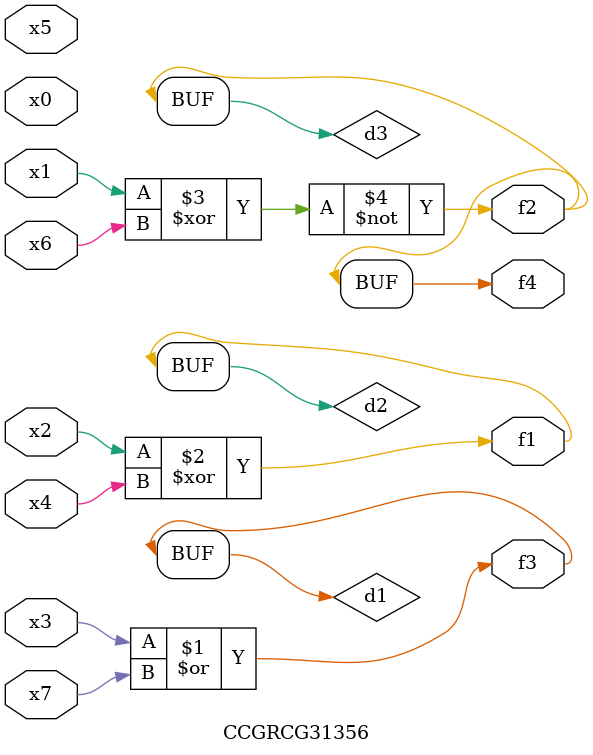
<source format=v>
module CCGRCG31356(
	input x0, x1, x2, x3, x4, x5, x6, x7,
	output f1, f2, f3, f4
);

	wire d1, d2, d3;

	or (d1, x3, x7);
	xor (d2, x2, x4);
	xnor (d3, x1, x6);
	assign f1 = d2;
	assign f2 = d3;
	assign f3 = d1;
	assign f4 = d3;
endmodule

</source>
